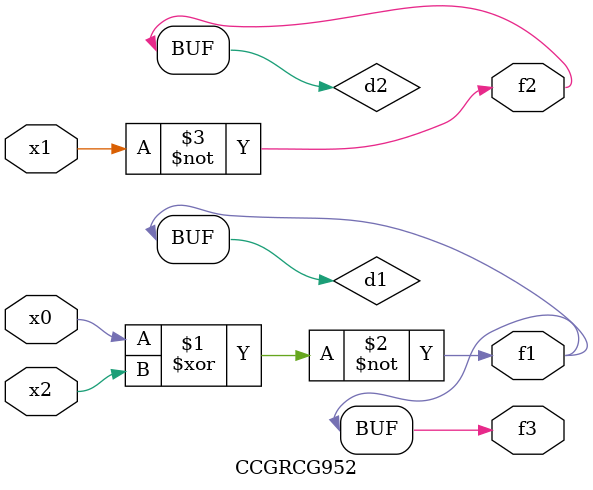
<source format=v>
module CCGRCG952(
	input x0, x1, x2,
	output f1, f2, f3
);

	wire d1, d2, d3;

	xnor (d1, x0, x2);
	nand (d2, x1);
	nor (d3, x1, x2);
	assign f1 = d1;
	assign f2 = d2;
	assign f3 = d1;
endmodule

</source>
